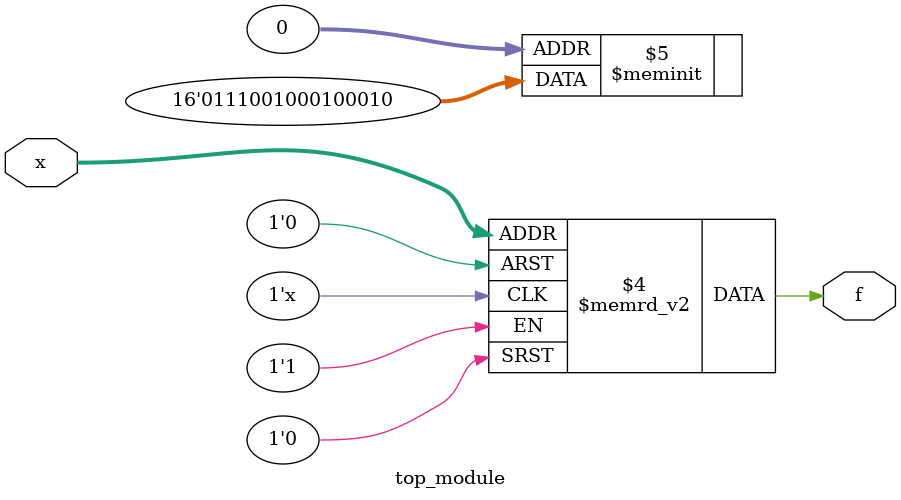
<source format=sv>
module top_module (
    input [4:1] x,
    output logic f
);

always_comb begin
    case (x)
        4'b0001, 4'b0101, 4'b1100, 4'b1110: f = 1'b1; // Corrected the don't care cases
        4'b0010, 4'b0011, 4'b0111, 4'b1010, 4'b1011: f = 1'b0;
        4'b1001, 4'b1101: f = 1'b1; // Corrected the don't care cases
        default: f = 1'b0; // Use don't-care as 0
    endcase
end

endmodule

</source>
